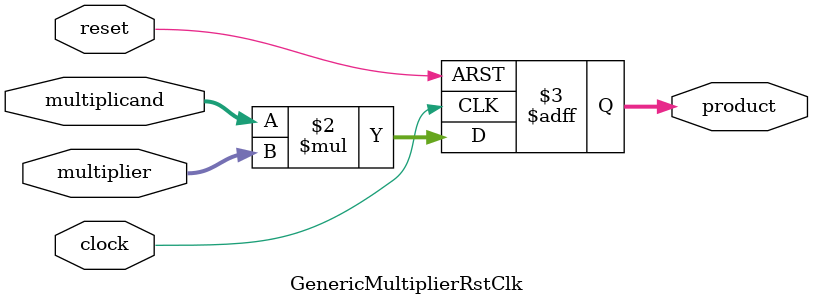
<source format=v>
`timescale 1ns / 1ps
module GenericMultiplierRstClk(clock,reset,multiplicand,multiplier,product);

parameter bitwidthA=8;
parameter bitwidthB=8;

input clock,reset;
input[bitwidthA-1:0] multiplicand;
input[bitwidthB-1:0] multiplier;

output reg[bitwidthA+bitwidthB-1:0] product;

always@(posedge clock, posedge reset)begin

	if(reset)
		product = 0;
	else
		product = multiplicand*multiplier;
	
end

endmodule

</source>
